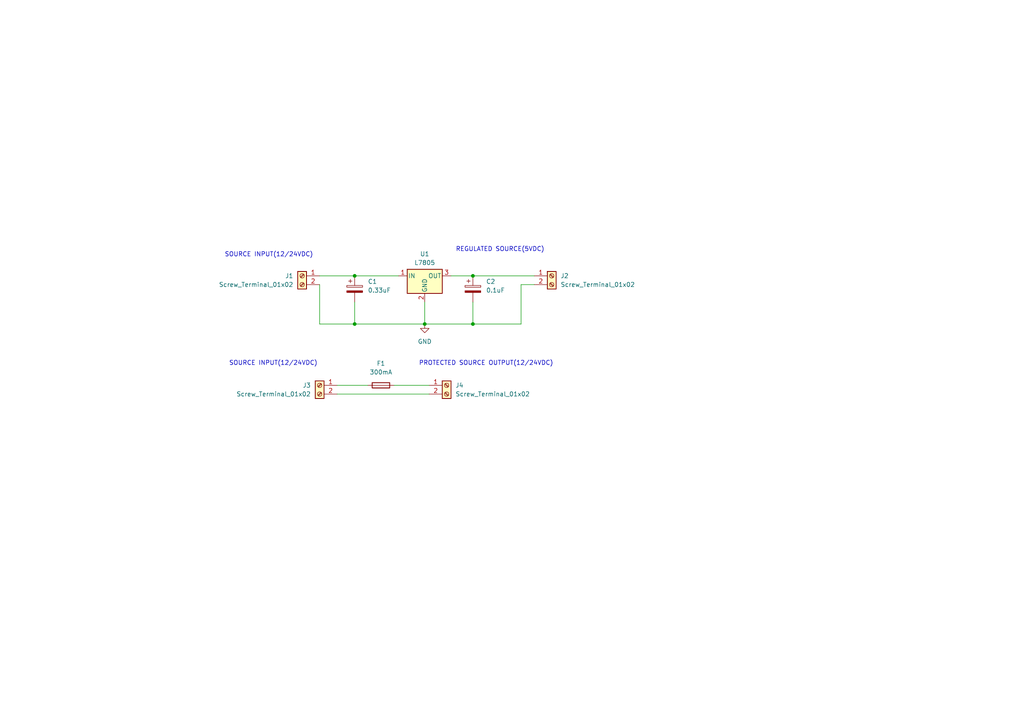
<source format=kicad_sch>
(kicad_sch (version 20250114) (generator "eeschema") (generator_version "9.0")
  (paper "A4")
  (lib_symbols
    (symbol "Connector:Screw_Terminal_01x02" (pin_names (offset 1.016) (hide yes))
      (property "Reference" "J" (at 0 2.54 0))
      (property "Value" "Screw_Terminal_01x02" (at 0 -5.08 0))
      (symbol "Screw_Terminal_01x02_1_1"
        (rectangle (start -1.27 1.27) (end 1.27 -3.81) (stroke (width 0.254)) (fill (type background)))
        (polyline (pts (xy -0.5334 0.3302) (xy 0.3302 -0.508)) (stroke (width 0.1524)))
        (polyline (pts (xy -0.5334 -2.2098) (xy 0.3302 -3.048)) (stroke (width 0.1524)))
        (polyline (pts (xy -0.3556 0.508) (xy 0.508 -0.3302)) (stroke (width 0.1524)))
        (polyline (pts (xy -0.3556 -2.032) (xy 0.508 -2.8702)) (stroke (width 0.1524)))
        (circle (center 0 0) (radius 0.635) (stroke (width 0.1524)))
        (circle (center 0 -2.54) (radius 0.635) (stroke (width 0.1524)))
        (pin passive line (at -5.08 0 0) (length 3.81) (name "Pin_1") (number "1"))
        (pin passive line (at -5.08 -2.54 0) (length 3.81) (name "Pin_2") (number "2"))
      )
    )
    (symbol "Device:C_Polarized" (pin_numbers (hide yes)) (pin_names (offset 0.254))
      (property "Reference" "C" (at 0.635 2.54 0))
      (property "Value" "C_Polarized" (at 0.635 -2.54 0))
      (symbol "C_Polarized_0_1"
        (rectangle (start -2.286 0.508) (end 2.286 1.016))
        (polyline (pts (xy -1.778 2.286) (xy -0.762 2.286)))
        (polyline (pts (xy -1.27 2.794) (xy -1.27 1.778)))
        (rectangle (start 2.286 -0.508) (end -2.286 -1.016) (fill (type outline)))
      )
      (symbol "C_Polarized_1_1"
        (pin passive line (at 0 3.81 270) (length 2.794) (name "~") (number "1"))
        (pin passive line (at 0 -3.81 90) (length 2.794) (name "~") (number "2"))
      )
    )
    (symbol "Device:Fuse" (pin_numbers (hide yes)) (pin_names (offset 0))
      (property "Reference" "F" (at 2.032 0 90))
      (property "Value" "Fuse" (at -1.905 0 90))
      (symbol "Fuse_0_1"
        (rectangle (start -0.762 -2.54) (end 0.762 2.54) (stroke (width 0.254)))
        (polyline (pts (xy 0 2.54) (xy 0 -2.54)))
      )
      (symbol "Fuse_1_1"
        (pin passive line (at 0 3.81 270) (length 1.27) (name "~") (number "1"))
        (pin passive line (at 0 -3.81 90) (length 1.27) (name "~") (number "2"))
      )
    )
    (symbol "Regulator_Linear:L7805" (pin_names (offset 0.254))
      (property "Reference" "U" (at -3.81 3.175 0))
      (property "Value" "L7805" (at 0 3.175 0))
      (symbol "L7805_0_1"
        (rectangle (start -5.08 1.905) (end 5.08 -5.08) (stroke (width 0.254)) (fill (type background)))
      )
      (symbol "L7805_1_1"
        (pin power_in line (at -7.62 0 0) (length 2.54) (name "IN") (number "1"))
        (pin power_in line (at 0 -7.62 90) (length 2.54) (name "GND") (number "2"))
        (pin power_out line (at 7.62 0 180) (length 2.54) (name "OUT") (number "3"))
      )
    )
    (symbol "power:GND" (power) (pin_numbers (hide yes)) (pin_names (offset 0) (hide yes))
      (property "Value" "GND" (at 0 -3.81 0))
      (symbol "GND_0_1"
        (polyline (pts (xy 0 0) (xy 0 -1.27) (xy 1.27 -1.27) (xy 0 -2.54) (xy -1.27 -1.27) (xy 0 -1.27)))
      )
      (symbol "GND_1_1"
        (pin power_in line (at 0 0 270) (length 0) (name "~") (number "1"))
      )
    )
  )
  (text "SOURCE INPUT(12/24VDC) " (at 79.756 105.41 0) (effects (font (size 1.27 1.27))))
  (text "SOURCE INPUT(12/24VDC) " (at 78.486 73.914 0) (effects (font (size 1.27 1.27))))
  (text "PROTECTED SOURCE OUTPUT(12/24VDC) " (at 141.478 105.41 0) (effects (font (size 1.27 1.27))))
  (text "REGULATED SOURCE(5VDC) " (at 145.542 72.39 0) (effects (font (size 1.27 1.27))))
  (junction (at 102.87 93.98))
  (junction (at 137.16 80.01))
  (junction (at 137.16 93.98))
  (junction (at 102.87 80.01))
  (junction (at 123.19 93.98))
  (wire (pts (xy 137.16 93.98) (xy 137.16 87.63)))
  (wire (pts (xy 92.71 82.55) (xy 92.71 93.98)))
  (wire (pts (xy 106.68 111.76) (xy 97.79 111.76)))
  (wire (pts (xy 92.71 93.98) (xy 102.87 93.98)))
  (wire (pts (xy 123.19 93.98) (xy 123.19 87.63)))
  (wire (pts (xy 102.87 80.01) (xy 115.57 80.01)))
  (wire (pts (xy 102.87 87.63) (xy 102.87 93.98)))
  (wire (pts (xy 130.81 80.01) (xy 137.16 80.01)))
  (wire (pts (xy 137.16 80.01) (xy 154.94 80.01)))
  (wire (pts (xy 92.71 80.01) (xy 102.87 80.01)))
  (wire (pts (xy 151.13 93.98) (xy 137.16 93.98)))
  (wire (pts (xy 102.87 93.98) (xy 123.19 93.98)))
  (wire (pts (xy 123.19 93.98) (xy 137.16 93.98)))
  (wire (pts (xy 154.94 82.55) (xy 151.13 82.55)))
  (wire (pts (xy 97.79 114.3) (xy 124.46 114.3)))
  (wire (pts (xy 151.13 82.55) (xy 151.13 93.98)))
  (wire (pts (xy 114.3 111.76) (xy 124.46 111.76)))
  (symbol (lib_id "Regulator_Linear:L7805") (at 123.19 80.01 0) (unit 1)
    (property "Reference" "U1" (at 123.19 73.66 0))
    (property "Value" "L7805" (at 123.19 76.2 0))
    (property "Footprint" "Package_TO_SOT_THT:TO-220-3_Vertical" (effects (hide yes)))
    (property "Datasheet" "http://www.st.com/content/ccc/resource/technical/document/datasheet/41/4f/b3/b0/12/d4/47/88/CD00000444.pdf/files/CD00000444.pdf/jcr:content/translations/en.CD00000444.pdf" (effects (hide yes)))
    (property "Description" "Positive 1.5A 35V Linear Regulator, Fixed Output 5V, TO-220/TO-263/TO-252" (effects (hide yes)))
  )
  (symbol (lib_id "Device:C_Polarized") (at 137.16 83.82 0) (unit 1)
    (property "Reference" "C2" (at 140.97 81.6609 0) (effects (justify left)))
    (property "Value" "0.1uF" (at 140.97 84.2009 0) (effects (justify left)))
    (property "Footprint" "Capacitor_THT:C_Rect_L7.0mm_W4.5mm_P5.00mm" (effects (hide yes)))
    (property "Description" "Polarized capacitor" (effects (hide yes)))
  )
  (symbol (lib_id "Connector:Screw_Terminal_01x02") (at 92.71 111.76 0) (mirror y) (unit 1)
    (property "Reference" "J3" (at 90.17 111.7599 0) (effects (justify left)))
    (property "Value" "Screw_Terminal_01x02" (at 90.17 114.2999 0) (effects (justify left)))
    (property "Footprint" "Connector_Phoenix_MSTB:PhoenixContact_MSTB_2,5_2-GF-5,08_1x02_P5.08mm_Horizontal_ThreadedFlange_MountHole" (effects (hide yes)))
    (property "Description" "Generic screw terminal, single row, 01x02, script generated (kicad-library-utils/schlib/autogen/connector/)" (effects (hide yes)))
  )
  (symbol (lib_id "power:GND") (at 123.19 93.98 0) (unit 1)
    (property "Reference" "#PWR01" (effects (hide yes)))
    (property "Value" "GND" (at 123.19 99.06 0))
    (property "Description" "Power symbol creates a global label with name \"GND\" , ground" (effects (hide yes)))
  )
  (symbol (lib_id "Connector:Screw_Terminal_01x02") (at 129.54 111.76 0) (unit 1)
    (property "Reference" "J4" (at 132.08 111.7599 0) (effects (justify left)))
    (property "Value" "Screw_Terminal_01x02" (at 132.08 114.2999 0) (effects (justify left)))
    (property "Footprint" "Connector_Phoenix_MSTB:PhoenixContact_MSTB_2,5_2-GF-5,08_1x02_P5.08mm_Horizontal_ThreadedFlange_MountHole" (effects (hide yes)))
    (property "Description" "Generic screw terminal, single row, 01x02, script generated (kicad-library-utils/schlib/autogen/connector/)" (effects (hide yes)))
  )
  (symbol (lib_id "Connector:Screw_Terminal_01x02") (at 87.63 80.01 0) (mirror y) (unit 1)
    (property "Reference" "J1" (at 85.09 80.0099 0) (effects (justify left)))
    (property "Value" "Screw_Terminal_01x02" (at 85.09 82.5499 0) (effects (justify left)))
    (property "Footprint" "Connector_Phoenix_MSTB:PhoenixContact_MSTB_2,5_2-GF-5,08_1x02_P5.08mm_Horizontal_ThreadedFlange_MountHole" (effects (hide yes)))
    (property "Description" "Generic screw terminal, single row, 01x02, script generated (kicad-library-utils/schlib/autogen/connector/)" (effects (hide yes)))
  )
  (symbol (lib_id "Connector:Screw_Terminal_01x02") (at 160.02 80.01 0) (unit 1)
    (property "Reference" "J2" (at 162.56 80.0099 0) (effects (justify left)))
    (property "Value" "Screw_Terminal_01x02" (at 162.56 82.5499 0) (effects (justify left)))
    (property "Footprint" "Connector_Phoenix_MSTB:PhoenixContact_MSTB_2,5_2-GF-5,08_1x02_P5.08mm_Horizontal_ThreadedFlange_MountHole" (effects (hide yes)))
    (property "Description" "Generic screw terminal, single row, 01x02, script generated (kicad-library-utils/schlib/autogen/connector/)" (effects (hide yes)))
  )
  (symbol (lib_id "Device:Fuse") (at 110.49 111.76 90) (unit 1)
    (property "Reference" "F1" (at 110.49 105.41 90))
    (property "Value" "300mA" (at 110.49 107.95 90))
    (property "Footprint" "Fuse:Fuseholder_Cylinder-5x20mm_Stelvio-Kontek_PTF78_Horizontal_Open" (effects (hide yes)))
    (property "Description" "Fuse" (effects (hide yes)))
  )
  (symbol (lib_id "Device:C_Polarized") (at 102.87 83.82 0) (unit 1)
    (property "Reference" "C1" (at 106.68 81.6609 0) (effects (justify left)))
    (property "Value" "0.33uF" (at 106.68 84.2009 0) (effects (justify left)))
    (property "Footprint" "Capacitor_THT:C_Rect_L7.0mm_W4.5mm_P5.00mm" (effects (hide yes)))
    (property "Description" "Polarized capacitor" (effects (hide yes)))
  )
)
</source>
